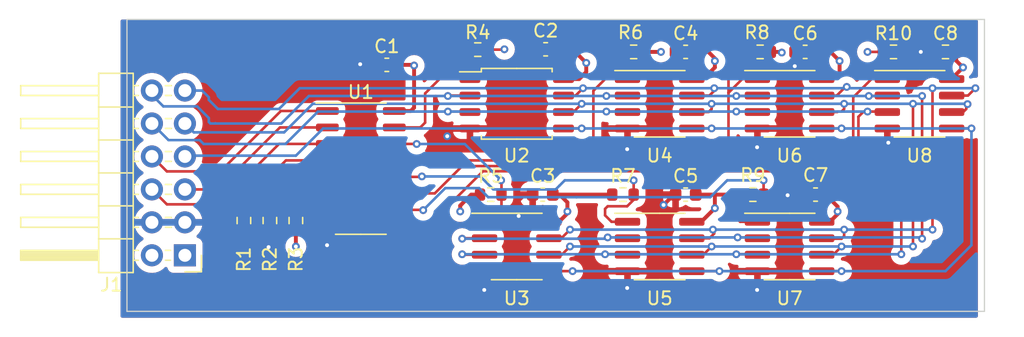
<source format=kicad_pcb>
(kicad_pcb (version 20211014) (generator pcbnew)
  (layers (0 "F.Cu" signal) (1 "In1.Cu" signal) (2 "In2.Cu" signal) (31 "B.Cu" signal) (34 "B.Paste" user) (35 "F.Paste" user) (36 "B.SilkS" user "B.Silkscreen") (37 "F.SilkS" user "F.Silkscreen") (38 "B.Mask" user) (39 "F.Mask" user) (44 "Edge.Cuts" user))
  (net 0 "")
  (net 1 "GND")
  (net 2 "+3V3")
  (net 3 "Net-(R1-Pad2)")
  (net 4 "Net-(R2-Pad2)")
  (net 5 "Net-(R3-Pad2)")
  (net 6 "/FLASH_CSN")
  (net 7 "/RAM0_CSN")
  (net 8 "/RAM1_CSN")
  (net 9 "/RAM2_CSN")
  (net 10 "/RAM3_CSN")
  (net 11 "/RAM4_CSN")
  (net 12 "/RAM5_CSN")
  (net 13 "/QSPI_A0")
  (net 14 "/QSPI_A1")
  (net 15 "/QSPI_A2")
  (net 17 "/QSPI_D1")
  (net 18 "/QSPI_D2")
  (net 19 "/QSPI_D0")
  (net 20 "/QSPI_CLK")
  (net 21 "/QSPI_D3")
  (footprint "Capacitor_SMD:C_0603_1608Metric" (layer "F.Cu") (at 82.225 72.8)
    (fp_text reference "C2")
    (fp_text value "1µ")
  )
  (footprint "Resistor_SMD:R_0603_1608Metric" (layer "F.Cu") (at 78 84)
    (fp_text reference "R5")
    (fp_text value "10k")
  )
  (footprint "Resistor_SMD:R_0603_1608Metric" (layer "F.Cu") (at 89 73 180)
    (fp_text reference "R6")
    (fp_text value "10k")
  )
  (footprint "Capacitor_SMD:C_0603_1608Metric" (layer "F.Cu") (at 93 84)
    (fp_text reference "C5")
    (fp_text value "1µ")
  )
  (footprint "Package_SO:SOIC-8_3.9x4.9mm_P1.27mm" (layer "F.Cu") (at 80 88)
    (fp_text reference "U3")
    (fp_text value "APS6404L-3SQR-SN")
  )
  (footprint "Connector_PinHeader_2.54mm:PinHeader_2x06_P2.54mm_Horizontal" (layer "F.Cu") (at 54.46 88.68 180)
    (fp_text reference "J1")
    (fp_text value "Conn_02x06_Odd_Even")
  )
  (footprint "Package_SO:SOIC-8_3.9x4.9mm_P1.27mm" (layer "F.Cu") (at 101 88)
    (fp_text reference "U7")
    (fp_text value "APS6404L-3SQR-SN")
  )
  (footprint "Capacitor_SMD:C_0603_1608Metric" (layer "F.Cu") (at 103 84)
    (fp_text reference "C7")
    (fp_text value "1µ")
  )
  (footprint "Package_SO:SOIC-8_3.9x4.9mm_P1.27mm" (layer "F.Cu") (at 91 77)
    (fp_text reference "U4")
    (fp_text value "APS6404L-3SQR-SN")
  )
  (footprint "Resistor_SMD:R_0603_1608Metric" (layer "F.Cu") (at 61 86 90)
    (fp_text reference "R2")
    (fp_text value "10k")
  )
  (footprint "Resistor_SMD:R_0603_1608Metric" (layer "F.Cu") (at 98.735 73 180)
    (fp_text reference "R8")
    (fp_text value "10k")
  )
  (footprint "Capacitor_SMD:C_0603_1608Metric" (layer "F.Cu") (at 82 84)
    (fp_text reference "C3")
    (fp_text value "1µ")
  )
  (footprint "Capacitor_SMD:C_0603_1608Metric" (layer "F.Cu") (at 102.2 73)
    (fp_text reference "C6")
    (fp_text value "1µ")
  )
  (footprint "Resistor_SMD:R_0603_1608Metric" (layer "F.Cu") (at 98.175 84)
    (fp_text reference "R9")
    (fp_text value "10k")
  )
  (footprint "Resistor_SMD:R_0603_1608Metric" (layer "F.Cu") (at 77 72.825 180)
    (fp_text reference "R4")
    (fp_text value "10k")
  )
  (footprint "Package_SO:SOIC-8_3.9x4.9mm_P1.27mm" (layer "F.Cu") (at 91 88)
    (fp_text reference "U5")
    (fp_text value "APS6404L-3SQR-SN")
  )
  (footprint "Resistor_SMD:R_0603_1608Metric" (layer "F.Cu") (at 59 86 90)
    (fp_text reference "R1")
    (fp_text value "10k")
  )
  (footprint "Capacitor_SMD:C_0603_1608Metric" (layer "F.Cu") (at 70 74)
    (fp_text reference "C1")
    (fp_text value "1µ")
  )
  (footprint "Package_SO:SOIC-8_5.23x5.23mm_P1.27mm" (layer "F.Cu") (at 80 77)
    (fp_text reference "U2")
    (fp_text value "W25Q128JVS")
  )
  (footprint "Package_SO:SOIC-8_3.9x4.9mm_P1.27mm" (layer "F.Cu") (at 101 77)
    (fp_text reference "U6")
    (fp_text value "APS6404L-3SQR-SN")
  )
  (footprint "Capacitor_SMD:C_0603_1608Metric" (layer "F.Cu") (at 93 73)
    (fp_text reference "C4")
    (fp_text value "1µ")
  )
  (footprint "Resistor_SMD:R_0603_1608Metric" (layer "F.Cu") (at 63 86 90)
    (fp_text reference "R3")
    (fp_text value "10k")
  )
  (footprint "Package_SO:SOIC-8_3.9x4.9mm_P1.27mm" (layer "F.Cu") (at 111 77)
    (fp_text reference "U8")
    (fp_text value "APS6404L-3SQR-SN")
  )
  (footprint "Resistor_SMD:R_0603_1608Metric" (layer "F.Cu") (at 88.175 84)
    (fp_text reference "R7")
    (fp_text value "10k")
  )
  (footprint "Resistor_SMD:R_0603_1608Metric" (layer "F.Cu") (at 113 73)
    (fp_text reference "C8")
    (fp_text value "1µ")
  )
  (footprint "Resistor_SMD:R_0603_1608Metric" (layer "F.Cu") (at 109 73)
    (fp_text reference "R10")
    (fp_text value "10k")
  )
  (footprint "Package_SO:SO-16_3.9x9.9mm_P1.27mm" (layer "F.Cu") (at 68 82)
    (fp_text reference "U1")
    (fp_text value "74AHC138")
  )
  (gr_line (start 116 93) (end 116 70.5) (layer "Edge.Cuts") (width 0.1))
  (gr_line (start 116 70.5) (end 50 70.5) (layer "Edge.Cuts") (width 0.1))
  (gr_line (start 50 70.5) (end 50 93) (layer "Edge.Cuts") (width 0.1))
  (gr_line (start 50 93) (end 116 93) (layer "Edge.Cuts") (width 0.1))
  (segment (start 61 87) (end 61 86.825) (width 0.2) (layer "F.Cu") (net 1))
  (segment (start 98.525 89.905) (end 98.525 91.325) (width 0.3) (layer "F.Cu") (net 1))
  (segment (start 77.525 91.325) (end 77.5 91.35) (width 0.3) (layer "F.Cu") (net 1))
  (segment (start 80.6 84) (end 80.15 84.45) (width 0.3) (layer "F.Cu") (net 1))
  (segment (start 65.425 86.445) (end 65.425 87.875) (width 0.2) (layer "F.Cu") (net 1))
  (segment (start 64.98 86) (end 61.825 86) (width 0.2) (layer "F.Cu") (net 1))
  (segment (start 112.175 73) (end 111.1 73) (width 0.3) (layer "F.Cu") (net 1))
  (segment (start 65.425 86.445) (end 64.98 86) (width 0.2) (layer "F.Cu") (net 1))
  (segment (start 102.225 84) (end 100.9 84) (width 0.3) (layer "F.Cu") (net 1))
  (segment (start 59 86.825) (end 60.825 86.825) (width 0.2) (layer "F.Cu") (net 1))
  (segment (start 88.525 78.905) (end 88.525 80.475) (width 0.2) (layer "F.Cu") (net 1))
  (segment (start 98.525 80.325) (end 98.5 80.35) (width 0.3) (layer "F.Cu") (net 1))
  (segment (start 92.225 84) (end 92.0995 84) (width 0.3) (layer "F.Cu") (net 1))
  (segment (start 98.525 78.905) (end 98.525 80.325) (width 0.3) (layer "F.Cu") (net 1))
  (segment (start 81.225 84) (end 80.6 84) (width 0.3) (layer "F.Cu") (net 1))
  (segment (start 76.4 78.905) (end 75.2445 78.905) (width 0.2) (layer "F.Cu") (net 1))
  (segment (start 61 87.95) (end 60.9 88.05) (width 0.2) (layer "F.Cu") (net 1))
  (segment (start 65.425 87.875) (end 65.4 87.9) (width 0.2) (layer "F.Cu") (net 1))
  (segment (start 108.525 78.905) (end 108.525 79.925) (width 0.2) (layer "F.Cu") (net 1))
  (segment (start 98.525 91.325) (end 98.5 91.35) (width 0.3) (layer "F.Cu") (net 1))
  (segment (start 69.225 74) (end 68 74) (width 0.2) (layer "F.Cu") (net 1))
  (segment (start 77.525 89.905) (end 77.525 91.325) (width 0.3) (layer "F.Cu") (net 1))
  (segment (start 92.0995 84) (end 91.3 84.7995) (width 0.3) (layer "F.Cu") (net 1))
  (segment (start 60.825 86.825) (end 61 87) (width 0.2) (layer "F.Cu") (net 1))
  (segment (start 88.525 80.475) (end 88.5 80.5) (width 0.2) (layer "F.Cu") (net 1))
  (segment (start 68 74) (end 67.95 73.95) (width 0.2) (layer "F.Cu") (net 1))
  (segment (start 61.825 86) (end 61 86.825) (width 0.2) (layer "F.Cu") (net 1))
  (segment (start 61 86.825) (end 61 87.95) (width 0.2) (layer "F.Cu") (net 1))
  (segment (start 80.15 84.45) (end 80.15 85.65) (width 0.3) (layer "F.Cu") (net 1))
  (segment (start 88.525 91.175) (end 88.5 91.2) (width 0.3) (layer "F.Cu") (net 1))
  (segment (start 101.425 73) (end 101.425 74.075) (width 0.3) (layer "F.Cu") (net 1))
  (segment (start 75.2445 78.905) (end 74.65 79.4995) (width 0.2) (layer "F.Cu") (net 1))
  (segment (start 101.425 74.075) (end 101.4 74.1) (width 0.3) (layer "F.Cu") (net 1))
  (segment (start 100.9 84) (end 100.85 84.05) (width 0.3) (layer "F.Cu") (net 1))
  (segment (start 88.525 89.905) (end 88.525 91.175) (width 0.3) (layer "F.Cu") (net 1))
  (segment (start 108.525 79.925) (end 108.6 80) (width 0.2) (layer "F.Cu") (net 1))
  (via (at 74.65 79.4995) (size 0.6) (drill 0.3) (layers "F.Cu" "B.Cu") (net 1))
  (via (at 65.4 87.9) (size 0.6) (drill 0.3) (layers "F.Cu" "B.Cu") (net 1))
  (via (at 91.3 84.7995) (size 0.6) (drill 0.3) (layers "F.Cu" "B.Cu") (net 1))
  (via (at 88.5 91.2) (size 0.6) (drill 0.3) (layers "F.Cu" "B.Cu") (net 1))
  (via (at 80.15 85.65) (size 0.6) (drill 0.3) (layers "F.Cu" "B.Cu") (net 1))
  (via (at 98.5 80.35) (size 0.6) (drill 0.3) (layers "F.Cu" "B.Cu") (net 1))
  (via (at 88.5 80.5) (size 0.6) (drill 0.3) (layers "F.Cu" "B.Cu") (net 1))
  (via (at 77.5 91.35) (size 0.6) (drill 0.3) (layers "F.Cu" "B.Cu") (net 1))
  (via (at 101.4 74.1) (size 0.6) (drill 0.3) (layers "F.Cu" "B.Cu") (net 1))
  (via (at 111.1 73) (size 0.6) (drill 0.3) (layers "F.Cu" "B.Cu") (net 1))
  (via (at 67.95 73.95) (size 0.6) (drill 0.3) (layers "F.Cu" "B.Cu") (net 1))
  (via (at 100.85 84.05) (size 0.6) (drill 0.3) (layers "F.Cu" "B.Cu") (net 1))
  (via (at 108.6 80) (size 0.6) (drill 0.3) (layers "F.Cu" "B.Cu") (net 1))
  (via (at 60.9 88.05) (size 0.6) (drill 0.3) (layers "F.Cu" "B.Cu") (net 1))
  (via (at 98.5 91.35) (size 0.6) (drill 0.3) (layers "F.Cu" "B.Cu") (net 1))
  (segment (start 82.475 86.095) (end 83.255 86.095) (width 0.3) (layer "F.Cu") (net 2))
  (segment (start 104.7 85.5) (end 104.7 85.3) (width 0.3) (layer "F.Cu") (net 2))
  (segment (start 75.65 84.85) (end 75.65 85.3) (width 0.3) (layer "F.Cu") (net 2))
  (segment (start 76.5 84) (end 75.75 84.75) (width 0.3) (layer "F.Cu") (net 2))
  (segment (start 103.475 86.095) (end 104.105 86.095) (width 0.3) (layer "F.Cu") (net 2))
  (segment (start 70.775 74) (end 72.05 74) (width 0.3) (layer "F.Cu") (net 2))
  (segment (start 104.105 86.095) (end 104.7 85.5) (width 0.3) (layer "F.Cu") (net 2))
  (segment (start 94.75 73) (end 93.775 73) (width 0.3) (layer "F.Cu") (net 2))
  (segment (start 113.475 75.095) (end 113.475 75.075) (width 0.3) (layer "F.Cu") (net 2))
  (segment (start 77.175 84) (end 76.5 84) (width 0.3) (layer "F.Cu") (net 2))
  (segment (start 95.25 85.05) (end 95.25 84.1) (width 0.3) (layer "F.Cu") (net 2))
  (segment (start 70.575 77.555) (end 71.845 77.555) (width 0.3) (layer "F.Cu") (net 2))
  (segment (start 89.825 73) (end 91.1 73) (width 0.3) (layer "F.Cu") (net 2))
  (segment (start 94.205 86.095) (end 95.25 85.05) (width 0.3) (layer "F.Cu") (net 2))
  (segment (start 84.805 75.095) (end 85.35 74.55) (width 0.3) (layer "F.Cu") (net 2))
  (segment (start 95.15 84) (end 97.35 84) (width 0.3) (layer "F.Cu") (net 2))
  (segment (start 95.25 84.1) (end 95.15 84) (width 0.3) (layer "F.Cu") (net 2))
  (segment (start 95.25 73.5) (end 94.75 73) (width 0.3) (layer "F.Cu") (net 2))
  (segment (start 104.15 73) (end 102.975 73) (width 0.3) (layer "F.Cu") (net 2))
  (segment (start 77.825 72.825) (end 79.025 72.825) (width 0.2) (layer "F.Cu") (net 2))
  (segment (start 113.825 73.675) (end 113.825 73) (width 0.3) (layer "F.Cu") (net 2))
  (segment (start 104.7 85.5) (end 104.7 84.925) (width 0.3) (layer "F.Cu") (net 2))
  (segment (start 114.35 74.2) (end 113.825 73.675) (width 0.3) (layer "F.Cu") (net 2))
  (segment (start 104.355 75.095) (end 104.85 74.6) (width 0.3) (layer "F.Cu") (net 2))
  (segment (start 83.6 75.095) (end 84.805 75.095) (width 0.3) (layer "F.Cu") (net 2))
  (segment (start 87.35 84) (end 82.775 84) (width 0.3) (layer "F.Cu") (net 2))
  (segment (start 99.56 73) (end 100.35 73) (width 0.3) (layer "F.Cu") (net 2))
  (segment (start 79.025 72.825) (end 79.05 72.8) (width 0.2) (layer "F.Cu") (net 2))
  (segment (start 75.75 84.75) (end 75.65 84.85) (width 0.3) (layer "F.Cu") (net 2))
  (segment (start 93.775 84) (end 95.15 84) (width 0.3) (layer "F.Cu") (net 2))
  (segment (start 72.1 77.3) (end 72.1 74.05) (width 0.3) (layer "F.Cu") (net 2))
  (segment (start 93.475 75.095) (end 94.355 75.095) (width 0.3) (layer "F.Cu") (net 2))
  (segment (start 94.355 75.095) (end 95.25 74.2) (width 0.3) (layer "F.Cu") (net 2))
  (segment (start 113.475 75.075) (end 114.35 74.2) (width 0.3) (layer "F.Cu") (net 2))
  (segment (start 63 86.825) (end 63 88) (width 0.3) (layer "F.Cu") (net 2))
  (segment (start 104.85 74.6) (end 104.85 73.7) (width 0.3) (layer "F.Cu") (net 2))
  (segment (start 104.85 73.7) (end 104.15 73) (width 0.3) (layer "F.Cu") (net 2))
  (segment (start 108.175 73) (end 107 73) (width 0.2) (layer "F.Cu") (net 2))
  (segment (start 85.35 73.85) (end 84.3 72.8) (width 0.3) (layer "F.Cu") (net 2))
  (segment (start 85.35 74.55) (end 85.35 73.85) (width 0.3) (layer "F.Cu") (net 2))
  (segment (start 72.05 74) (end 72.1 74.05) (width 0.3) (layer "F.Cu") (net 2))
  (segment (start 83.9 85.45) (end 83.9 84.6) (width 0.3) (layer "F.Cu") (net 2))
  (segment (start 93.475 86.095) (end 94.205 86.095) (width 0.3) (layer "F.Cu") (net 2))
  (segment (start 72 77.4) (end 72.1 77.3) (width 0.3) (layer "F.Cu") (net 2))
  (segment (start 84.3 72.8) (end 83 72.8) (width 0.3) (layer "F.Cu") (net 2))
  (segment (start 100.35 73) (end 100.4 73.05) (width 0.3) (layer "F.Cu") (net 2))
  (segment (start 104.7 84.925) (end 103.775 84) (width 0.3) (layer "F.Cu") (net 2))
  (segment (start 83.9 84.6) (end 83.3 84) (width 0.3) (layer "F.Cu") (net 2))
  (segment (start 83.255 86.095) (end 83.9 85.45) (width 0.3) (layer "F.Cu") (net 2))
  (segment (start 71.845 77.555) (end 72 77.4) (width 0.3) (layer "F.Cu") (net 2))
  (segment (start 83.3 84) (end 82.775 84) (width 0.3) (layer "F.Cu") (net 2))
  (segment (start 103.475 75.095) (end 104.355 75.095) (width 0.3) (layer "F.Cu") (net 2))
  (segment (start 95.25 74.2) (end 95.25 73.5) (width 0.3) (layer "F.Cu") (net 2))
  (via (at 104.85 73.7) (size 0.6) (drill 0.3) (layers "F.Cu" "B.Cu") (net 2))
  (via (at 107 73) (size 0.6) (drill 0.3) (layers "F.Cu" "B.Cu") (net 2))
  (via (at 95.25 73.7) (size 0.6) (drill 0.3) (layers "F.Cu" "B.Cu") (net 2))
  (via (at 85.35 73.85) (size 0.6) (drill 0.3) (layers "F.Cu" "B.Cu") (net 2))
  (via (at 100.4 73.05) (size 0.6) (drill 0.3) (layers "F.Cu" "B.Cu") (net 2))
  (via (at 91.1 73) (size 0.6) (drill 0.3) (layers "F.Cu" "B.Cu") (net 2))
  (via (at 79.05 72.8) (size 0.6) (drill 0.3) (layers "F.Cu" "B.Cu") (net 2))
  (via (at 114.35 74.2) (size 0.6) (drill 0.3) (layers "F.Cu" "B.Cu") (net 2))
  (via (at 83.9 85.3) (size 0.6) (drill 0.3) (layers "F.Cu" "B.Cu") (net 2))
  (via (at 72.1 74.05) (size 0.6) (drill 0.3) (layers "F.Cu" "B.Cu") (net 2))
  (via (at 75.65 85.3) (size 0.6) (drill 0.3) (layers "F.Cu" "B.Cu") (net 2))
  (via (at 95.25 85.05) (size 0.6) (drill 0.3) (layers "F.Cu" "B.Cu") (net 2))
  (via (at 104.7 85.3) (size 0.6) (drill 0.3) (layers "F.Cu" "B.Cu") (net 2))
  (via (at 63 88) (size 0.6) (drill 0.3) (layers "F.Cu" "B.Cu") (net 2))
  (segment (start 59 84.6) (end 62.235 81.365) (width 0.2) (layer "F.Cu") (net 3))
  (segment (start 62.235 81.365) (end 65.425 81.365) (width 0.2) (layer "F.Cu") (net 3))
  (segment (start 59 85.175) (end 59 84.6) (width 0.2) (layer "F.Cu") (net 3))
  (segment (start 62.965 82.635) (end 61 84.6) (width 0.2) (layer "F.Cu") (net 4))
  (segment (start 65.425 82.635) (end 62.965 82.635) (width 0.2) (layer "F.Cu") (net 4))
  (segment (start 61 84.6) (end 61 85.175) (width 0.2) (layer "F.Cu") (net 4))
  (segment (start 63.945 83.905) (end 65.425 83.905) (width 0.2) (layer "F.Cu") (net 5))
  (segment (start 63 84.85) (end 63.945 83.905) (width 0.2) (layer "F.Cu") (net 5))
  (segment (start 63 85.175) (end 63 84.85) (width 0.2) (layer "F.Cu") (net 5))
  (segment (start 72.575 78.825) (end 72.95 78.45) (width 0.2) (layer "F.Cu") (net 6))
  (segment (start 74.055 75.095) (end 74.055 73.745) (width 0.2) (layer "F.Cu") (net 6))
  (segment (start 74.055 75.095) (end 76.4 75.095) (width 0.2) (layer "F.Cu") (net 6))
  (segment (start 70.575 78.825) (end 72.575 78.825) (width 0.2) (layer "F.Cu") (net 6))
  (segment (start 72.95 78.45) (end 72.95 76.2) (width 0.2) (layer "F.Cu") (net 6))
  (segment (start 74.055 73.745) (end 74.975 72.825) (width 0.2) (layer "F.Cu") (net 6))
  (segment (start 72.95 76.2) (end 74.055 75.095) (width 0.2) (layer "F.Cu") (net 6))
  (segment (start 74.975 72.825) (end 76.175 72.825) (width 0.2) (layer "F.Cu") (net 6))
  (segment (start 70.575 80.095) (end 72.295 80.095) (width 0.2) (layer "F.Cu") (net 7))
  (segment (start 78.825 85.175) (end 78.825 84) (width 0.2) (layer "F.Cu") (net 7))
  (segment (start 72.295 80.095) (end 72.3 80.1) (width 0.2) (layer "F.Cu") (net 7))
  (segment (start 78.825 82.925) (end 78.8 82.9) (width 0.2) (layer "F.Cu") (net 7))
  (segment (start 78.825 84) (end 78.825 82.925) (width 0.2) (layer "F.Cu") (net 7))
  (segment (start 77.525 86.095) (end 77.905 86.095) (width 0.2) (layer "F.Cu") (net 7))
  (segment (start 77.905 86.095) (end 78.825 85.175) (width 0.2) (layer "F.Cu") (net 7))
  (via (at 78.8 82.9) (size 0.6) (drill 0.3) (layers "F.Cu" "B.Cu") (net 7))
  (via (at 72.3 80.1) (size 0.6) (drill 0.3) (layers "F.Cu" "B.Cu") (net 7))
  (segment (start 78.8 82.9) (end 76 80.1) (width 0.2) (layer "B.Cu") (net 7))
  (segment (start 76 80.1) (end 72.3 80.1) (width 0.2) (layer "B.Cu") (net 7))
  (segment (start 85.9 76) (end 86.805 75.095) (width 0.2) (layer "F.Cu") (net 8))
  (segment (start 86.8 75.09) (end 86.805 75.095) (width 0.2) (layer "F.Cu") (net 8))
  (segment (start 85.9 79.9) (end 85.9 76) (width 0.2) (layer "F.Cu") (net 8))
  (segment (start 87.4 73) (end 86.8 73.6) (width 0.2) (layer "F.Cu") (net 8))
  (segment (start 84.435 81.365) (end 85.9 79.9) (width 0.2) (layer "F.Cu") (net 8))
  (segment (start 86.8 73.6) (end 86.8 75.09) (width 0.2) (layer "F.Cu") (net 8))
  (segment (start 86.805 75.095) (end 88.525 75.095) (width 0.2) (layer "F.Cu") (net 8))
  (segment (start 88.175 73) (end 87.4 73) (width 0.2) (layer "F.Cu") (net 8))
  (segment (start 70.575 81.365) (end 84.435 81.365) (width 0.2) (layer "F.Cu") (net 8))
  (segment (start 89 84.4) (end 88.5 84.9) (width 0.2) (layer "F.Cu") (net 9))
  (segment (start 86.8 85.1) (end 86.8 85.6) (width 0.2) (layer "F.Cu") (net 9))
  (segment (start 86.8 85.6) (end 87.295 86.095) (width 0.2) (layer "F.Cu") (net 9))
  (segment (start 87.295 86.095) (end 88.525 86.095) (width 0.2) (layer "F.Cu") (net 9))
  (segment (start 87 84.9) (end 86.8 85.1) (width 0.2) (layer "F.Cu") (net 9))
  (segment (start 70.575 82.635) (end 72.665 82.635) (width 0.2) (layer "F.Cu") (net 9))
  (segment (start 89 84) (end 89 84.4) (width 0.2) (layer "F.Cu") (net 9))
  (segment (start 89 82.9) (end 89 84) (width 0.2) (layer "F.Cu") (net 9))
  (segment (start 72.665 82.635) (end 72.7 82.6) (width 0.2) (layer "F.Cu") (net 9))
  (segment (start 88.5 84.9) (end 87 84.9) (width 0.2) (layer "F.Cu") (net 9))
  (via (at 72.7 82.6) (size 0.6) (drill 0.3) (layers "F.Cu" "B.Cu") (net 9))
  (via (at 89 82.9) (size 0.6) (drill 0.3) (layers "F.Cu" "B.Cu") (net 9))
  (segment (start 78.2 83.6) (end 83 83.6) (width 0.2) (layer "B.Cu") (net 9))
  (segment (start 77 82.6) (end 77.2 82.6) (width 0.2) (layer "B.Cu") (net 9))
  (segment (start 83 83.6) (end 83.3 83.3) (width 0.2) (layer "B.Cu") (net 9))
  (segment (start 77.2 82.6) (end 78.2 83.6) (width 0.2) (layer "B.Cu") (net 9))
  (segment (start 83.7 82.9) (end 89 82.9) (width 0.2) (layer "B.Cu") (net 9))
  (segment (start 72.7 82.6) (end 77 82.6) (width 0.2) (layer "B.Cu") (net 9))
  (segment (start 83.3 83.3) (end 83.7 82.9) (width 0.2) (layer "B.Cu") (net 9))
  (segment (start 96.3 73.3) (end 96.6 73) (width 0.2) (layer "F.Cu") (net 10))
  (segment (start 73.695 83.905) (end 75.8 81.8) (width 0.2) (layer "F.Cu") (net 10))
  (segment (start 70.575 83.905) (end 73.695 83.905) (width 0.2) (layer "F.Cu") (net 10))
  (segment (start 75.8 81.8) (end 95.1 81.8) (width 0.2) (layer "F.Cu") (net 10))
  (segment (start 96.6 73) (end 97.91 73) (width 0.2) (layer "F.Cu") (net 10))
  (segment (start 96.3 80.6) (end 96.3 76.151471) (width 0.2) (layer "F.Cu") (net 10))
  (segment (start 96.3 76.151471) (end 97.356471 75.095) (width 0.2) (layer "F.Cu") (net 10))
  (segment (start 97.356471 75.095) (end 98.525 75.095) (width 0.2) (layer "F.Cu") (net 10))
  (segment (start 95.1 81.8) (end 96.3 80.6) (width 0.2) (layer "F.Cu") (net 10))
  (segment (start 96.3 76.151471) (end 96.3 73.3) (width 0.2) (layer "F.Cu") (net 10))
  (segment (start 98.525 86.095) (end 97.195 86.095) (width 0.2) (layer "F.Cu") (net 11))
  (segment (start 99 82.9) (end 99 84) (width 0.2) (layer "F.Cu") (net 11))
  (segment (start 96.8 85.7) (end 96.8 85.5) (width 0.2) (layer "F.Cu") (net 11))
  (segment (start 70.575 85.175) (end 72.775 85.175) (width 0.2) (layer "F.Cu") (net 11))
  (segment (start 72.775 85.175) (end 72.8 85.2) (width 0.2) (layer "F.Cu") (net 11))
  (segment (start 98.5 85.1) (end 99 84.6) (width 0.2) (layer "F.Cu") (net 11))
  (segment (start 99 84.6) (end 99 84) (width 0.2) (layer "F.Cu") (net 11))
  (segment (start 97.2 85.1) (end 98.5 85.1) (width 0.2) (layer "F.Cu") (net 11))
  (segment (start 97.195 86.095) (end 96.8 85.7) (width 0.2) (layer "F.Cu") (net 11))
  (segment (start 96.8 85.5) (end 97.2 85.1) (width 0.2) (layer "F.Cu") (net 11))
  (via (at 99 82.9) (size 0.6) (drill 0.3) (layers "F.Cu" "B.Cu") (net 11))
  (via (at 72.8 85.2) (size 0.6) (drill 0.3) (layers "F.Cu" "B.Cu") (net 11))
  (segment (start 77.8 84.2) (end 84.6 84.2) (width 0.2) (layer "B.Cu") (net 11))
  (segment (start 94.9 84.2) (end 96.1 83) (width 0.2) (layer "B.Cu") (net 11))
  (segment (start 96.1 83) (end 96.2 82.9) (width 0.2) (layer "B.Cu") (net 11))
  (segment (start 72.8 85.2) (end 74.5 83.5) (width 0.2) (layer "B.Cu") (net 11))
  (segment (start 96.2 82.9) (end 99 82.9) (width 0.2) (layer "B.Cu") (net 11))
  (segment (start 77.1 83.5) (end 77.6 84) (width 0.2) (layer "B.Cu") (net 11))
  (segment (start 77.6 84) (end 77.8 84.2) (width 0.2) (layer "B.Cu") (net 11))
  (segment (start 84.6 84.2) (end 94.9 84.2) (width 0.2) (layer "B.Cu") (net 11))
  (segment (start 76.7 83.5) (end 77.1 83.5) (width 0.2) (layer "B.Cu") (net 11))
  (segment (start 74.5 83.5) (end 76.7 83.5) (width 0.2) (layer "B.Cu") (net 11))
  (segment (start 108.525 75.095) (end 107.305 75.095) (width 0.2) (layer "F.Cu") (net 12))
  (segment (start 107.305 75.095) (end 105.9 76.5) (width 0.2) (layer "F.Cu") (net 12))
  (segment (start 105.9 80.1) (end 103.8 82.2) (width 0.2) (layer "F.Cu") (net 12))
  (segment (start 103.8 82.2) (end 77.4 82.2) (width 0.2) (layer "F.Cu") (net 12))
  (segment (start 107.45 74.05) (end 109.55 74.05) (width 0.2) (layer "F.Cu") (net 12))
  (segment (start 109.55 74.05) (end 109.825 73.775) (width 0.2) (layer "F.Cu") (net 12))
  (segment (start 107.305 74.195) (end 107.45 74.05) (width 0.2) (layer "F.Cu") (net 12))
  (segment (start 109.825 73.775) (end 109.825 73) (width 0.2) (layer "F.Cu") (net 12))
  (segment (start 107.305 75.095) (end 107.305 74.195) (width 0.2) (layer "F.Cu") (net 12))
  (segment (start 73.155 86.445) (end 70.575 86.445) (width 0.2) (layer "F.Cu") (net 12))
  (segment (start 77.4 82.2) (end 73.155 86.445) (width 0.2) (layer "F.Cu") (net 12))
  (segment (start 105.9 76.5) (end 105.9 80.1) (width 0.2) (layer "F.Cu") (net 12))
  (segment (start 53.07 82.21) (end 57.19 82.21) (width 0.2) (layer "F.Cu") (net 13))
  (segment (start 61.845 77.555) (end 65.425 77.555) (width 0.2) (layer "F.Cu") (net 13))
  (segment (start 51.92 81.06) (end 53.07 82.21) (width 0.2) (layer "F.Cu") (net 13))
  (segment (start 57.19 82.21) (end 61.845 77.555) (width 0.2) (layer "F.Cu") (net 13))
  (segment (start 61.775 78.825) (end 65.425 78.825) (width 0.2) (layer "F.Cu") (net 14))
  (segment (start 54.46 83.6) (end 57 83.6) (width 0.2) (layer "F.Cu") (net 14))
  (segment (start 57 83.6) (end 61.775 78.825) (width 0.2) (layer "F.Cu") (net 14))
  (segment (start 53.07 84.75) (end 51.92 83.6) (width 0.2) (layer "F.Cu") (net 15))
  (segment (start 57.05 84.75) (end 53.07 84.75) (width 0.2) (layer "F.Cu") (net 15))
  (segment (start 65.425 80.095) (end 61.705 80.095) (width 0.2) (layer "F.Cu") (net 15))
  (segment (start 61.705 80.095) (end 57.05 84.75) (width 0.2) (layer "F.Cu") (net 15))
  (segment (start 74.735 76.365) (end 74.7 76.4) (width 0.2) (layer "F.Cu") (net 17))
  (segment (start 108.49 76.4) (end 108.525 76.365) (width 0.2) (layer "F.Cu") (net 17))
  (segment (start 87 87.3) (end 88.46 87.3) (width 0.2) (layer "F.Cu") (net 17))
  (segment (start 75.835 87.365) (end 75.8 87.4) (width 0.2) (layer "F.Cu") (net 17))
  (segment (start 98.49 76.4) (end 98.525 76.365) (width 0.2) (layer "F.Cu") (net 17))
  (segment (start 76.4 76.365) (end 74.735 76.365) (width 0.2) (layer "F.Cu") (net 17))
  (segment (start 97 87.3) (end 98.46 87.3) (width 0.2) (layer "F.Cu") (net 17))
  (segment (start 86.9 76.4) (end 88.49 76.4) (width 0.2) (layer "F.Cu") (net 17))
  (segment (start 88.49 76.4) (end 88.525 76.365) (width 0.2) (layer "F.Cu") (net 17))
  (segment (start 96.9 76.4) (end 98.49 76.4) (width 0.2) (layer "F.Cu") (net 17))
  (segment (start 111.2 87.4) (end 111.2 76.4005) (width 0.2) (layer "F.Cu") (net 17))
  (segment (start 107.1 76.4) (end 108.49 76.4) (width 0.2) (layer "F.Cu") (net 17))
  (segment (start 88.46 87.3) (end 88.525 87.365) (width 0.2) (layer "F.Cu") (net 17))
  (segment (start 77.525 87.365) (end 75.835 87.365) (width 0.2) (layer "F.Cu") (net 17))
  (segment (start 98.46 87.3) (end 98.525 87.365) (width 0.2) (layer "F.Cu") (net 17))
  (via (at 111.2 76.4005) (size 0.6) (drill 0.3) (layers "F.Cu" "B.Cu") (net 17))
  (via (at 96.9 76.4) (size 0.6) (drill 0.3) (layers "F.Cu" "B.Cu") (net 17))
  (via (at 75.8 87.4) (size 0.6) (drill 0.3) (layers "F.Cu" "B.Cu") (net 17))
  (via (at 86.9 76.4) (size 0.6) (drill 0.3) (layers "F.Cu" "B.Cu") (net 17))
  (via (at 87 87.3) (size 0.6) (drill 0.3) (layers "F.Cu" "B.Cu") (net 17))
  (via (at 111.2 87.4) (size 0.6) (drill 0.3) (layers "F.Cu" "B.Cu") (net 17))
  (via (at 74.7 76.4) (size 0.6) (drill 0.3) (layers "F.Cu" "B.Cu") (net 17))
  (via (at 97 87.3) (size 0.6) (drill 0.3) (layers "F.Cu" "B.Cu") (net 17))
  (via (at 107.1 76.4) (size 0.6) (drill 0.3) (layers "F.Cu" "B.Cu") (net 17))
  (segment (start 111.2 76.4005) (end 107.1005 76.4005) (width 0.2) (layer "B.Cu") (net 17))
  (segment (start 111.1 87.3) (end 111.2 87.4) (width 0.2) (layer "B.Cu") (net 17))
  (segment (start 96.9 76.4) (end 105.2 76.4) (width 0.2) (layer "B.Cu") (net 17))
  (segment (start 61.88 78.52) (end 56.82 78.52) (width 0.2) (layer "B.Cu") (net 17))
  (segment (start 56.3 78.1) (end 56.3 78.4) (width 0.2) (layer "B.Cu") (net 17))
  (segment (start 52.8 77.2) (end 55.4 77.2) (width 0.2) (layer "B.Cu") (net 17))
  (segment (start 56.42 78.52) (end 56.82 78.52) (width 0.2) (layer "B.Cu") (net 17))
  (segment (start 51.92 76.32) (end 52.8 77.2) (width 0.2) (layer "B.Cu") (net 17))
  (segment (start 97 87.3) (end 107.5 87.3) (width 0.2) (layer "B.Cu") (net 17))
  (segment (start 86.9 76.4) (end 96.9 76.4) (width 0.2) (layer "B.Cu") (net 17))
  (segment (start 75.8 87.4) (end 86.9 87.4) (width 0.2) (layer "B.Cu") (net 17))
  (segment (start 107.5 87.3) (end 107.7 87.3) (width 0.2) (layer "B.Cu") (net 17))
  (segment (start 64 76.4) (end 61.88 78.52) (width 0.2) (layer "B.Cu") (net 17))
  (segment (start 107.5 87.3) (end 111.1 87.3) (width 0.2) (layer "B.Cu") (net 17))
  (segment (start 74.7 76.4) (end 86.9 76.4) (width 0.2) (layer "B.Cu") (net 17))
  (segment (start 55.4 77.2) (end 56.3 78.1) (width 0.2) (layer "B.Cu") (net 17))
  (segment (start 86.9 87.4) (end 87 87.3) (width 0.2) (layer "B.Cu") (net 17))
  (segment (start 107.1005 76.4005) (end 107.1 76.4) (width 0.2) (layer "B.Cu") (net 17))
  (segment (start 74.7 76.4) (end 64 76.4) (width 0.2) (layer "B.Cu") (net 17))
  (segment (start 56.82 78.52) (end 56.8 78.5) (width 0.2) (layer "B.Cu") (net 17))
  (segment (start 56.3 78.4) (end 56.42 78.52) (width 0.2) (layer "B.Cu") (net 17))
  (segment (start 51.92 75.98) (end 51.92 76.32) (width 0.2) (layer "B.Cu") (net 17))
  (segment (start 105.2 76.4) (end 107.1 76.4) (width 0.2) (layer "B.Cu") (net 17))
  (segment (start 87 87.3) (end 97 87.3) (width 0.2) (layer "B.Cu") (net 17))
  (segment (start 77.525 88.635) (end 75.835 88.635) (width 0.2) (layer "F.Cu") (net 18))
  (segment (start 96.9 77.6) (end 98.49 77.6) (width 0.2) (layer "F.Cu") (net 18))
  (segment (start 106.7 77.6) (end 107 77.6) (width 0.2) (layer "F.Cu") (net 18))
  (segment (start 88.49 77.6) (end 88.525 77.635) (width 0.2) (layer "F.Cu") (net 18))
  (segment (start 109.6 88.5995) (end 109.6 80.7) (width 0.2) (layer "F.Cu") (net 18))
  (segment (start 98.49 77.6) (end 98.525 77.635) (width 0.2) (layer "F.Cu") (net 18))
  (segment (start 86.9 77.6) (end 88.49 77.6) (width 0.2) (layer "F.Cu") (net 18))
  (segment (start 107.3 80.7) (end 106.3 79.7) (width 0.2) (layer "F.Cu") (net 18))
  (segment (start 107 77.6) (end 108.49 77.6) (width 0.2) (layer "F.Cu") (net 18))
  (segment (start 86.8 88.6) (end 88.49 88.6) (width 0.2) (layer "F.Cu") (net 18))
  (segment (start 75.835 88.635) (end 75.8 88.6) (width 0.2) (layer "F.Cu") (net 18))
  (segment (start 88.49 88.6) (end 88.525 88.635) (width 0.2) (layer "F.Cu") (net 18))
  (segment (start 109.6 80.7) (end 107.3 80.7) (width 0.2) (layer "F.Cu") (net 18))
  (segment (start 96.9 88.6) (end 98.49 88.6) (width 0.2) (layer "F.Cu") (net 18))
  (segment (start 76.365 77.6) (end 76.4 77.635) (width 0.2) (layer "F.Cu") (net 18))
  (segment (start 108.49 77.6) (end 108.525 77.635) (width 0.2) (layer "F.Cu") (net 18))
  (segment (start 106.3 78) (end 106.7 77.6) (width 0.2) (layer "F.Cu") (net 18))
  (segment (start 106.3 79.7) (end 106.3 78) (width 0.2) (layer "F.Cu") (net 18))
  (segment (start 74.7 77.6) (end 76.365 77.6) (width 0.2) (layer "F.Cu") (net 18))
  (segment (start 98.49 88.6) (end 98.525 88.635) (width 0.2) (layer "F.Cu") (net 18))
  (via (at 107 77.6) (size 0.6) (drill 0.3) (layers "F.Cu" "B.Cu") (net 18))
  (via (at 74.7 77.6) (size 0.6) (drill 0.3) (layers "F.Cu" "B.Cu") (net 18))
  (via (at 96.9 88.6) (size 0.6) (drill 0.3) (layers "F.Cu" "B.Cu") (net 18))
  (via (at 96.9 77.6) (size 0.6) (drill 0.3) (layers "F.Cu" "B.Cu") (net 18))
  (via (at 86.9 77.6) (size 0.6) (drill 0.3) (layers "F.Cu" "B.Cu") (net 18))
  (via (at 75.8 88.6) (size 0.6) (drill 0.3) (layers "F.Cu" "B.Cu") (net 18))
  (via (at 86.8 88.6) (size 0.6) (drill 0.3) (layers "F.Cu" "B.Cu") (net 18))
  (via (at 109.6 88.5995) (size 0.6) (drill 0.3) (layers "F.Cu" "B.Cu") (net 18))
  (segment (start 96.9 77.6) (end 86.9 77.6) (width 0.2) (layer "B.Cu") (net 18))
  (segment (start 53.2 79.8) (end 51.92 78.52) (width 0.2) (layer "B.Cu") (net 18))
  (segment (start 55.6 79.8) (end 53.2 79.8) (width 0.2) (layer "B.Cu") (net 18))
  (segment (start 74.7 77.6) (end 64.7 77.6) (width 0.2) (layer "B.Cu") (net 18))
  (segment (start 109.5995 88.6) (end 109.6 88.5995) (width 0.2) (layer "B.Cu") (net 18))
  (segment (start 86.8 88.6) (end 96.9 88.6) (width 0.2) (layer "B.Cu") (net 18))
  (segment (start 75.8 88.6) (end 86.8 88.6) (width 0.2) (layer "B.Cu") (net 18))
  (segment (start 86.9 77.6) (end 74.7 77.6) (width 0.2) (layer "B.Cu") (net 18))
  (segment (start 105.7 77.6) (end 107 77.6) (width 0.2) (layer "B.Cu") (net 18))
  (segment (start 96.9 88.6) (end 109.5995 88.6) (width 0.2) (layer "B.Cu") (net 18))
  (segment (start 55.9 80.1) (end 55.6 79.8) (width 0.2) (layer "B.Cu") (net 18))
  (segment (start 105.7 77.6) (end 96.9 77.6) (width 0.2) (layer "B.Cu") (net 18))
  (segment (start 62.2 80.1) (end 55.9 80.1) (width 0.2) (layer "B.Cu") (net 18))
  (segment (start 64.7 77.6) (end 62.2 80.1) (width 0.2) (layer "B.Cu") (net 18))
  (segment (start 83.605 78.9) (end 83.6 78.905) (width 0.2) (layer "F.Cu") (net 19))
  (segment (start 113.48 78.9) (end 113.475 78.905) (width 0.2) (layer "F.Cu") (net 19))
  (segment (start 82.48 89.9) (end 82.475 89.905) (width 0.2) (layer "F.Cu") (net 19))
  (segment (start 115 78.9) (end 113.48 78.9) (width 0.2) (layer "F.Cu") (net 19))
  (segment (start 105 89.9) (end 103.48 89.9) (width 0.2) (layer "F.Cu") (net 19))
  (segment (start 93.48 89.9) (end 93.475 89.905) (width 0.2) (layer "F.Cu") (net 19))
  (segment (start 95.6 89.9) (end 93.48 89.9) (width 0.2) (layer "F.Cu") (net 19))
  (segment (start 84.3 89.9) (end 82.48 89.9) (width 0.2) (layer "F.Cu") (net 19))
  (segment (start 103.48 89.9) (end 103.475 89.905) (width 0.2) (layer "F.Cu") (net 19))
  (segment (start 85 78.9) (end 83.605 78.9) (width 0.2) (layer "F.Cu") (net 19))
  (segment (start 103.475 78.905) (end 104.995 78.905) (width 0.2) (layer "F.Cu") (net 19))
  (segment (start 104.995 78.905) (end 105 78.9) (width 0.2) (layer "F.Cu") (net 19))
  (segment (start 93.48 78.9) (end 93.475 78.905) (width 0.2) (layer "F.Cu") (net 19))
  (segment (start 95 78.9) (end 93.48 78.9) (width 0.2) (layer "F.Cu") (net 19))
  (via (at 105 89.9) (size 0.6) (drill 0.3) (layers "F.Cu" "B.Cu") (net 19))
  (via (at 105 78.9) (size 0.6) (drill 0.3) (layers "F.Cu" "B.Cu") (net 19))
  (via (at 84.3 89.9) (size 0.6) (drill 0.3) (layers "F.Cu" "B.Cu") (net 19))
  (via (at 95 78.9) (size 0.6) (drill 0.3) (layers "F.Cu" "B.Cu") (net 19))
  (via (at 95.6 89.9) (size 0.6) (drill 0.3) (layers "F.Cu" "B.Cu") (net 19))
  (via (at 85 78.9) (size 0.6) (drill 0.3) (layers "F.Cu" "B.Cu") (net 19))
  (via (at 115 78.9) (size 0.6) (drill 0.3) (layers "F.Cu" "B.Cu") (net 19))
  (segment (start 85 78.9) (end 65.1 78.9) (width 0.2) (layer "B.Cu") (net 19))
  (segment (start 63 81) (end 54.52 81) (width 0.2) (layer "B.Cu") (net 19))
  (segment (start 105 89.9) (end 113 89.9) (width 0.2) (layer "B.Cu") (net 19))
  (segment (start 95 78.9) (end 85 78.9) (width 0.2) (layer "B.Cu") (net 19))
  (segment (start 105.1 78.9) (end 105 78.9) (width 0.2) (layer "B.Cu") (net 19))
  (segment (start 65.1 78.9) (end 63 81) (width 0.2) (layer "B.Cu") (net 19))
  (segment (start 105 89.9) (end 95.6 89.9) (width 0.2) (layer "B.Cu") (net 19))
  (segment (start 105 78.9) (end 95 78.9) (width 0.2) (layer "B.Cu") (net 19))
  (segment (start 95.6 89.9) (end 84.3 89.9) (width 0.2) (layer "B.Cu") (net 19))
  (segment (start 54.52 81) (end 54.46 81.06) (width 0.2) (layer "B.Cu") (net 19))
  (segment (start 113 89.9) (end 115 87.9) (width 0.2) (layer "B.Cu") (net 19))
  (segment (start 115 87.9) (end 115 78.9) (width 0.2) (layer "B.Cu") (net 19))
  (segment (start 105.1 78.9) (end 115 78.9) (width 0.2) (layer "B.Cu") (net 19))
  (segment (start 103.475 88.635) (end 104.365 88.635) (width 0.2) (layer "F.Cu") (net 20))
  (segment (start 95 77) (end 95 77.4) (width 0.2) (layer "F.Cu") (net 20))
  (segment (start 114.365 77.635) (end 113.475 77.635) (width 0.2) (layer "F.Cu") (net 20))
  (segment (start 104.365 88.635) (end 105 88) (width 0.2) (layer "F.Cu") (net 20))
  (segment (start 114.699216 77.027327) (end 114.6 77.126543) (width 0.2) (layer "F.Cu") (net 20))
  (segment (start 82.475 88.635) (end 83.465 88.635) (width 0.2) (layer "F.Cu") (net 20))
  (segment (start 104.665 77.635) (end 104.7 77.6) (width 0.2) (layer "F.Cu") (net 20))
  (segment (start 114.6 77.4) (end 114.365 77.635) (width 0.2) (layer "F.Cu") (net 20))
  (segment (start 110.5 77) (end 110.5 88) (width 0.2) (layer "F.Cu") (net 20))
  (segment (start 83.6 77.635) (end 84.365 77.635) (width 0.2) (layer "F.Cu") (net 20))
  (segment (start 105 77.6) (end 105.2 77.4) (width 0.2) (layer "F.Cu") (net 20))
  (segment (start 104.7 77.6) (end 105 77.6) (width 0.2) (layer "F.Cu") (net 20))
  (segment (start 103.475 77.635) (end 104.665 77.635) (width 0.2) (layer "F.Cu") (net 20))
  (segment (start 94.765 77.635) (end 93.475 77.635) (width 0.2) (layer "F.Cu") (net 20))
  (segment (start 83.465 88.635) (end 84.1 88) (width 0.2) (layer "F.Cu") (net 20))
  (segment (start 93.475 88.635) (end 94.365 88.635) (width 0.2) (layer "F.Cu") (net 20))
  (segment (start 84.365 77.635) (end 85 77) (width 0.2) (layer "F.Cu") (net 20))
  (segment (start 105.2 77.4) (end 105.2 77) (width 0.2) (layer "F.Cu") (net 20))
  (segment (start 114.6 77.126543) (end 114.6 77.4) (width 0.2) (layer "F.Cu") (net 20))
  (segment (start 94.365 88.635) (end 95 88) (width 0.2) (layer "F.Cu") (net 20))
  (segment (start 95 77.4) (end 94.765 77.635) (width 0.2) (layer "F.Cu") (net 20))
  (via (at 84.1 88) (size 0.6) (drill 0.3) (layers "F.Cu" "B.Cu") (net 20))
  (via (at 85 77) (size 0.6) (drill 0.3) (layers "F.Cu" "B.Cu") (net 20))
  (via (at 95 88) (size 0.6) (drill 0.3) (layers "F.Cu" "B.Cu") (net 20))
  (via (at 105.2 77) (size 0.6) (drill 0.3) (layers "F.Cu" "B.Cu") (net 20))
  (via (at 114.699216 77.027327) (size 0.6) (drill 0.3) (layers "F.Cu" "B.Cu") (net 20))
  (via (at 110.5 77) (size 0.6) (drill 0.3) (layers "F.Cu" "B.Cu") (net 20))
  (via (at 95 77) (size 0.6) (drill 0.3) (layers "F.Cu" "B.Cu") (net 20))
  (via (at 105 88) (size 0.6) (drill 0.3) (layers "F.Cu" "B.Cu") (net 20))
  (via (at 110.5 88) (size 0.6) (drill 0.3) (layers "F.Cu" "B.Cu") (net 20))
  (segment (start 95 77) (end 105.2 77) (width 0.2) (layer "B.Cu") (net 20))
  (segment (start 114.671889 77) (end 114.699216 77.027327) (width 0.2) (layer "B.Cu") (net 20))
  (segment (start 95 88) (end 84.1 88) (width 0.2) (layer "B.Cu") (net 20))
  (segment (start 62.1 79.2) (end 55.14 79.2) (width 0.2) (layer "B.Cu") (net 20))
  (segment (start 110.5 77) (end 114.671889 77) (width 0.2) (layer "B.Cu") (net 20))
  (segment (start 105 88) (end 95 88) (width 0.2) (layer "B.Cu") (net 20))
  (segment (start 110.5 88) (end 105 88) (width 0.2) (layer "B.Cu") (net 20))
  (segment (start 55.14 79.2) (end 54.46 78.52) (width 0.2) (layer "B.Cu") (net 20))
  (segment (start 85 77) (end 95 77) (width 0.2) (layer "B.Cu") (net 20))
  (segment (start 85 77) (end 64.3 77) (width 0.2) (layer "B.Cu") (net 20))
  (segment (start 64.3 77) (end 62.1 79.2) (width 0.2) (layer "B.Cu") (net 20))
  (segment (start 105.2 77) (end 110.5 77) (width 0.2) (layer "B.Cu") (net 20))
  (segment (start 103.475 76.365) (end 104.635 76.365) (width 0.2) (layer "F.Cu") (net 21))
  (segment (start 105.2 86.7) (end 105.2 87.2) (width 0.2) (layer "F.Cu") (net 21))
  (segment (start 95.2 76) (end 95.2 75.8) (width 0.2) (layer "F.Cu") (net 21))
  (segment (start 114.735 76.365) (end 113.475 76.365) (width 0.2) (layer "F.Cu") (net 21))
  (segment (start 105.2 87.2) (end 105 87.4) (width 0.2) (layer "F.Cu") (net 21))
  (segment (start 115.3 75.8) (end 114.735 76.365) (width 0.2) (layer "F.Cu") (net 21))
  (segment (start 83.435 87.365) (end 84.1 86.7) (width 0.2) (layer "F.Cu") (net 21))
  (segment (start 93.475 76.365) (end 94.835 76.365) (width 0.2) (layer "F.Cu") (net 21))
  (segment (start 94.835 87.365) (end 95.2 87) (width 0.2) (layer "F.Cu") (net 21))
  (segment (start 95.2 87) (end 95.2 86.8) (width 0.2) (layer "F.Cu") (net 21))
  (segment (start 94.835 76.365) (end 95.1 76.1) (width 0.2) (layer "F.Cu") (net 21))
  (segment (start 112 75.8) (end 112 86.7) (width 0.2) (layer "F.Cu") (net 21))
  (segment (start 105 87.4) (end 103.51 87.4) (width 0.2) (layer "F.Cu") (net 21))
  (segment (start 95.2 86.8) (end 95.1 86.7) (width 0.2) (layer "F.Cu") (net 21))
  (segment (start 84.535 76.365) (end 85.1 75.8) (width 0.2) (layer "F.Cu") (net 21))
  (segment (start 103.51 87.4) (end 103.475 87.365) (width 0.2) (layer "F.Cu") (net 21))
  (segment (start 104.635 76.365) (end 105.3 75.7) (width 0.2) (layer "F.Cu") (net 21))
  (segment (start 105.3 75.7) (end 105.4 75.7) (width 0.2) (layer "F.Cu") (net 21))
  (segment (start 95.1 76.1) (end 95.2 76) (width 0.2) (layer "F.Cu") (net 21))
  (segment (start 82.475 87.365) (end 83.435 87.365) (width 0.2) (layer "F.Cu") (net 21))
  (segment (start 93.475 87.365) (end 94.835 87.365) (width 0.2) (layer "F.Cu") (net 21))
  (segment (start 83.6 76.365) (end 84.535 76.365) (width 0.2) (layer "F.Cu") (net 21))
  (via (at 95.2 75.8) (size 0.6) (drill 0.3) (layers "F.Cu" "B.Cu") (net 21))
  (via (at 105.4 75.7) (size 0.6) (drill 0.3) (layers "F.Cu" "B.Cu") (net 21))
  (via (at 85.1 75.8) (size 0.6) (drill 0.3) (layers "F.Cu" "B.Cu") (net 21))
  (via (at 115.3 75.8) (size 0.6) (drill 0.3) (layers "F.Cu" "B.Cu") (net 21))
  (via (at 95.1 86.7) (size 0.6) (drill 0.3) (layers "F.Cu" "B.Cu") (net 21))
  (via (at 105.2 86.7) (size 0.6) (drill 0.3) (layers "F.Cu" "B.Cu") (net 21))
  (via (at 112 75.8) (size 0.6) (drill 0.3) (layers "F.Cu" "B.Cu") (net 21))
  (via (at 112 86.7) (size 0.6) (drill 0.3) (layers "F.Cu" "B.Cu") (net 21))
  (via (at 84.1 86.7) (size 0.6) (drill 0.3) (layers "F.Cu" "B.Cu") (net 21))
  (segment (start 63.3 75.8) (end 61.7 77.4) (width 0.2) (layer "B.Cu") (net 21))
  (segment (start 95.2 75.8) (end 85.1 75.8) (width 0.2) (layer "B.Cu") (net 21))
  (segment (start 112 86.7) (end 105.2 86.7) (width 0.2) (layer "B.Cu") (net 21))
  (segment (start 95.2 75.8) (end 115.3 75.8) (width 0.2) (layer "B.Cu") (net 21))
  (segment (start 56.3 76.7) (end 56.3 76.5) (width 0.2) (layer "B.Cu") (net 21))
  (segment (start 95.1 86.7) (end 105.2 86.7) (width 0.2) (layer "B.Cu") (net 21))
  (segment (start 61.7 77.4) (end 57 77.4) (width 0.2) (layer "B.Cu") (net 21))
  (segment (start 57 77.4) (end 56.3 76.7) (width 0.2) (layer "B.Cu") (net 21))
  (segment (start 55.78 75.98) (end 54.46 75.98) (width 0.2) (layer "B.Cu") (net 21))
  (segment (start 84.1 86.7) (end 95.1 86.7) (width 0.2) (layer "B.Cu") (net 21))
  (segment (start 85.1 75.8) (end 63.3 75.8) (width 0.2) (layer "B.Cu") (net 21))
  (segment (start 56.3 76.5) (end 55.78 75.98) (width 0.2) (layer "B.Cu") (net 21))
  (zone (net 1) (net_name "GND") (layers "F.Cu" "In2.Cu" "B.Cu") (connect_pads (clearance 0.508)) (min_thickness 0.254) (fill yes (thermal_gap 0.508) (thermal_bridge_width 0.508))
    (polygon (pts (xy 117 95) (xy 48 95) (xy 48 69) (xy 117 69)))
  )
)
</source>
